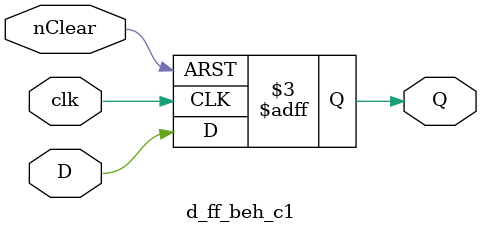
<source format=v>
`timescale 1ns / 1ps

module d_ff_beh_c1 (clk, D, Q, nClear);
	input clk, D, nClear;
	output reg Q;
	
	always @(posedge clk or negedge nClear)
	begin
		if (~nClear) 
		begin
			Q=1;
		end else begin
			Q=D;
		end
	end

endmodule

</source>
